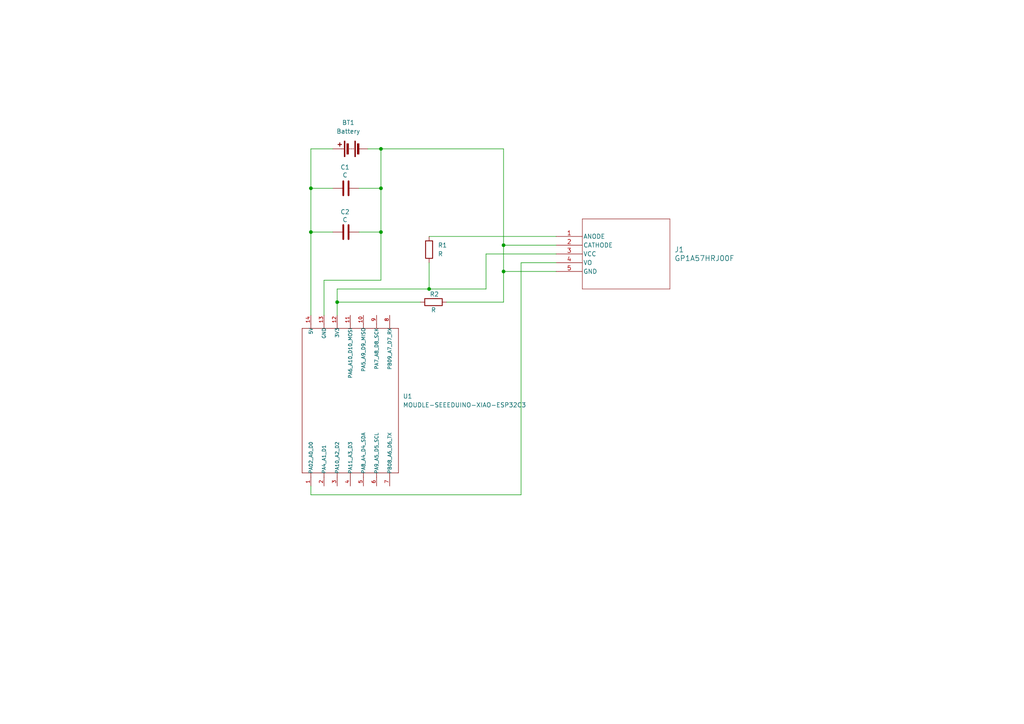
<source format=kicad_sch>
(kicad_sch (version 20231120) (generator "eeschema") (generator_version "8.0")
  (paper "A4")
  (lib_symbols
    (symbol "Device:Battery" (pin_numbers hide) (pin_names (offset 0) hide)
      (property "Reference" "BT" (at 2.54 2.54 0))
      (property "Value" "Battery" (at 2.54 0 0))
      (symbol "Battery_0_1"
        (rectangle (start -2.286 -1.27) (end 2.286 -1.524) (fill (type outline)))
        (rectangle (start -2.286 1.778) (end 2.286 1.524) (fill (type outline)))
        (rectangle (start -1.524 -2.032) (end 1.524 -2.54) (fill (type outline)))
        (rectangle (start -1.524 1.016) (end 1.524 0.508) (fill (type outline)))
        (polyline (pts (xy 0 -1.016) (xy 0 -0.762)))
        (polyline (pts (xy 0 -0.508) (xy 0 -0.254)))
        (polyline (pts (xy 0 0) (xy 0 0.254)))
        (polyline (pts (xy 0 1.778) (xy 0 2.54)))
        (polyline (pts (xy 0.762 3.048) (xy 1.778 3.048)) (stroke (width 0.254)))
        (polyline (pts (xy 1.27 3.556) (xy 1.27 2.54)) (stroke (width 0.254)))
      )
      (symbol "Battery_1_1"
        (pin passive line (at 0 5.08 270) (length 2.54) (name "+") (number "1"))
        (pin passive line (at 0 -5.08 90) (length 2.54) (name "-") (number "2"))
      )
    )
    (symbol "Device:C" (pin_numbers hide) (pin_names (offset 0.254))
      (property "Reference" "C" (at 0.635 2.54 0))
      (property "Value" "C" (at 0.635 -2.54 0))
      (symbol "C_0_1"
        (polyline (pts (xy -2.032 -0.762) (xy 2.032 -0.762)) (stroke (width 0.508)))
        (polyline (pts (xy -2.032 0.762) (xy 2.032 0.762)) (stroke (width 0.508)))
      )
      (symbol "C_1_1"
        (pin passive line (at 0 3.81 270) (length 2.794) (name "~") (number "1"))
        (pin passive line (at 0 -3.81 90) (length 2.794) (name "~") (number "2"))
      )
    )
    (symbol "Device:R" (pin_numbers hide) (pin_names (offset 0))
      (property "Reference" "R" (at 2.032 0 90))
      (property "Value" "R" (at 0 0 90))
      (symbol "R_0_1"
        (rectangle (start -1.016 -2.54) (end 1.016 2.54) (stroke (width 0.254)))
      )
      (symbol "R_1_1"
        (pin passive line (at 0 3.81 270) (length 1.27) (name "~") (number "1"))
        (pin passive line (at 0 -3.81 90) (length 1.27) (name "~") (number "2"))
      )
    )
    (symbol "MOUDLE-SEEEDUINO-XIAO-ESP32C3:MOUDLE-SEEEDUINO-XIAO-ESP32C3" (pin_names (offset 1.016))
      (property "Reference" "U" (at -21.59 15.24 0))
      (property "Value" "MOUDLE-SEEEDUINO-XIAO-ESP32C3" (at -21.59 13.97 0))
      (symbol "MOUDLE-SEEEDUINO-XIAO-ESP32C3_0_0"
        (polyline (pts (xy -21.59 -13.97) (xy -21.59 0)) (stroke (width 0.1524)))
        (polyline (pts (xy -21.59 -11.43) (xy -22.86 -11.43)) (stroke (width 0.1524)))
        (polyline (pts (xy -21.59 -7.62) (xy -22.86 -7.62)) (stroke (width 0.1524)))
        (polyline (pts (xy -21.59 -3.81) (xy -22.86 -3.81)) (stroke (width 0.1524)))
        (polyline (pts (xy -21.59 0) (xy -22.86 0)) (stroke (width 0.1524)))
        (polyline (pts (xy -21.59 0) (xy -21.59 3.81)) (stroke (width 0.1524)))
        (polyline (pts (xy -21.59 3.81) (xy -22.86 3.81)) (stroke (width 0.1524)))
        (polyline (pts (xy -21.59 3.81) (xy -21.59 7.62)) (stroke (width 0.1524)))
        (polyline (pts (xy -21.59 7.62) (xy -22.86 7.62)) (stroke (width 0.1524)))
        (polyline (pts (xy -21.59 7.62) (xy -21.59 11.43)) (stroke (width 0.1524)))
        (polyline (pts (xy -21.59 11.43) (xy -22.86 11.43)) (stroke (width 0.1524)))
        (polyline (pts (xy -21.59 11.43) (xy -21.59 13.97)) (stroke (width 0.1524)))
        (polyline (pts (xy -21.59 13.97) (xy 20.32 13.97)) (stroke (width 0.1524)))
        (polyline (pts (xy 20.32 -13.97) (xy -21.59 -13.97)) (stroke (width 0.1524)))
        (polyline (pts (xy 20.32 3.81) (xy 20.32 -13.97)) (stroke (width 0.1524)))
        (polyline (pts (xy 20.32 7.62) (xy 20.32 3.81)) (stroke (width 0.1524)))
        (polyline (pts (xy 20.32 11.43) (xy 20.32 7.62)) (stroke (width 0.1524)))
        (polyline (pts (xy 20.32 13.97) (xy 20.32 11.43)) (stroke (width 0.1524)))
        (polyline (pts (xy 21.59 -11.43) (xy 20.32 -11.43)) (stroke (width 0.1524)))
        (polyline (pts (xy 21.59 -7.62) (xy 20.32 -7.62)) (stroke (width 0.1524)))
        (polyline (pts (xy 21.59 -3.81) (xy 20.32 -3.81)) (stroke (width 0.1524)))
        (polyline (pts (xy 21.59 0) (xy 20.32 0)) (stroke (width 0.1524)))
        (polyline (pts (xy 21.59 3.81) (xy 20.32 3.81)) (stroke (width 0.1524)))
        (polyline (pts (xy 21.59 7.62) (xy 20.32 7.62)) (stroke (width 0.1524)))
        (polyline (pts (xy 21.59 11.43) (xy 20.32 11.43)) (stroke (width 0.1524)))
        (pin bidirectional line (at -25.4 11.43 0) (length 2.54) (name "PA02_A0_D0") (number "1"))
        (pin bidirectional line (at 24.13 -3.81 180) (length 2.54) (name "PA5_A9_D9_MISO") (number "10"))
        (pin bidirectional line (at 24.13 0 180) (length 2.54) (name "PA6_A10_D10_MOSI") (number "11"))
        (pin bidirectional line (at 24.13 3.81 180) (length 2.54) (name "3V3") (number "12"))
        (pin bidirectional line (at 24.13 7.62 180) (length 2.54) (name "GND") (number "13"))
        (pin bidirectional line (at 24.13 11.43 180) (length 2.54) (name "5V") (number "14"))
        (pin bidirectional line (at -25.4 7.62 0) (length 2.54) (name "PA4_A1_D1") (number "2"))
        (pin bidirectional line (at -25.4 3.81 0) (length 2.54) (name "PA10_A2_D2") (number "3"))
        (pin bidirectional line (at -25.4 0 0) (length 2.54) (name "PA11_A3_D3") (number "4"))
        (pin bidirectional line (at -25.4 -3.81 0) (length 2.54) (name "PA8_A4_D4_SDA") (number "5"))
        (pin bidirectional line (at -25.4 -7.62 0) (length 2.54) (name "PA9_A5_D5_SCL") (number "6"))
        (pin bidirectional line (at -25.4 -11.43 0) (length 2.54) (name "PB08_A6_D6_TX") (number "7"))
        (pin bidirectional line (at 24.13 -11.43 180) (length 2.54) (name "PB09_A7_D7_RX") (number "8"))
        (pin bidirectional line (at 24.13 -7.62 180) (length 2.54) (name "PA7_A8_D8_SCK") (number "9"))
      )
    )
    (symbol "Optical-GP1A57HRJ00F:GP1A57HRJ00F" (pin_names (offset 0.254))
      (property "Reference" "J" (at 20.32 10.16 0))
      (property "Value" "GP1A57HRJ00F" (at 20.32 7.62 0))
      (symbol "GP1A57HRJ00F_0_1"
        (polyline (pts (xy 7.62 -15.24) (xy 33.02 -15.24)) (stroke (width 0.127)))
        (polyline (pts (xy 7.62 5.08) (xy 7.62 -15.24)) (stroke (width 0.127)))
        (polyline (pts (xy 33.02 -15.24) (xy 33.02 5.08)) (stroke (width 0.127)))
        (polyline (pts (xy 33.02 5.08) (xy 7.62 5.08)) (stroke (width 0.127)))
        (pin unspecified line (at 0 0 0) (length 7.62) (name "ANODE") (number "1"))
        (pin unspecified line (at 0 -2.54 0) (length 7.62) (name "CATHODE") (number "2"))
        (pin power_in line (at 0 -5.08 0) (length 7.62) (name "VCC") (number "3"))
        (pin unspecified line (at 0 -7.62 0) (length 7.62) (name "VO") (number "4"))
        (pin power_out line (at 0 -10.16 0) (length 7.62) (name "GND") (number "5"))
      )
    )
  )
  (junction (at 90.17 67.31))
  (junction (at 146.05 78.74))
  (junction (at 124.46 83.82))
  (junction (at 97.79 87.63))
  (junction (at 90.17 54.61))
  (junction (at 110.49 67.31))
  (junction (at 110.49 54.61))
  (junction (at 110.49 43.18))
  (junction (at 146.05 71.12))
  (wire (pts (xy 90.17 54.61) (xy 96.52 54.61)))
  (wire (pts (xy 151.13 76.2) (xy 161.29 76.2)))
  (wire (pts (xy 121.92 87.63) (xy 97.79 87.63)))
  (wire (pts (xy 93.98 81.28) (xy 110.49 81.28)))
  (wire (pts (xy 146.05 71.12) (xy 146.05 78.74)))
  (wire (pts (xy 129.54 87.63) (xy 146.05 87.63)))
  (wire (pts (xy 140.97 73.66) (xy 161.29 73.66)))
  (wire (pts (xy 90.17 43.18) (xy 90.17 54.61)))
  (wire (pts (xy 90.17 143.51) (xy 151.13 143.51)))
  (wire (pts (xy 90.17 54.61) (xy 90.17 67.31)))
  (wire (pts (xy 146.05 71.12) (xy 161.29 71.12)))
  (wire (pts (xy 110.49 67.31) (xy 110.49 81.28)))
  (wire (pts (xy 90.17 67.31) (xy 90.17 91.44)))
  (wire (pts (xy 110.49 54.61) (xy 110.49 67.31)))
  (wire (pts (xy 110.49 43.18) (xy 110.49 54.61)))
  (wire (pts (xy 96.52 43.18) (xy 90.17 43.18)))
  (wire (pts (xy 146.05 78.74) (xy 146.05 87.63)))
  (wire (pts (xy 140.97 83.82) (xy 140.97 73.66)))
  (wire (pts (xy 90.17 67.31) (xy 96.52 67.31)))
  (wire (pts (xy 97.79 87.63) (xy 97.79 91.44)))
  (wire (pts (xy 93.98 91.44) (xy 93.98 81.28)))
  (wire (pts (xy 124.46 76.2) (xy 124.46 83.82)))
  (wire (pts (xy 104.14 54.61) (xy 110.49 54.61)))
  (wire (pts (xy 97.79 83.82) (xy 97.79 87.63)))
  (wire (pts (xy 124.46 83.82) (xy 140.97 83.82)))
  (wire (pts (xy 146.05 71.12) (xy 146.05 43.18)))
  (wire (pts (xy 104.14 67.31) (xy 110.49 67.31)))
  (wire (pts (xy 161.29 78.74) (xy 146.05 78.74)))
  (wire (pts (xy 146.05 43.18) (xy 110.49 43.18)))
  (wire (pts (xy 97.79 83.82) (xy 124.46 83.82)))
  (wire (pts (xy 151.13 143.51) (xy 151.13 76.2)))
  (wire (pts (xy 90.17 140.97) (xy 90.17 143.51)))
  (wire (pts (xy 110.49 43.18) (xy 106.68 43.18)))
  (wire (pts (xy 124.46 68.58) (xy 161.29 68.58)))
  (symbol (lib_id "Device:R") (at 124.46 72.39 0) (unit 1)
    (property "Reference" "R1" (at 127 71.1199 0) (effects (justify left)))
    (property "Value" "R" (at 127 73.6599 0) (effects (justify left)))
    (property "Description" "Resistor" (effects (hide yes)))
  )
  (symbol (lib_id "Device:C") (at 100.33 54.61 90) (unit 1)
    (property "Reference" "C1" (at 100.076 48.514 90))
    (property "Value" "C" (at 100.076 50.8 90))
    (property "Description" "Unpolarized capacitor" (effects (hide yes)))
  )
  (symbol (lib_id "MOUDLE-SEEEDUINO-XIAO-ESP32C3:MOUDLE-SEEEDUINO-XIAO-ESP32C3") (at 101.6 115.57 90) (unit 1)
    (property "Reference" "U1" (at 116.84 114.9349 90) (effects (justify right)))
    (property "Value" "MOUDLE-SEEEDUINO-XIAO-ESP32C3" (at 116.84 117.4749 90) (effects (justify right)))
    (property "Footprint" "MOUDLE14P-SMD-2.54-21X17.8MM" (effects (hide yes)))
  )
  (symbol (lib_id "Optical-GP1A57HRJ00F:GP1A57HRJ00F") (at 161.29 68.58 0) (unit 1)
    (property "Reference" "J1" (at 195.58 72.3899 0) (effects (font (size 1.524 1.524)) (justify left)))
    (property "Value" "GP1A57HRJ00F" (at 195.58 74.9299 0) (effects (font (size 1.524 1.524)) (justify left)))
    (property "Footprint" "CONN5_7HRJ00F_SHP" (effects (hide yes)))
    (property "Datasheet" "GP1A57HRJ00F" (effects (hide yes)))
  )
  (symbol (lib_id "Device:C") (at 100.33 67.31 90) (unit 1)
    (property "Reference" "C2" (at 100.076 61.468 90))
    (property "Value" "C" (at 100.076 63.754 90))
    (property "Description" "Unpolarized capacitor" (effects (hide yes)))
  )
  (symbol (lib_id "Device:R") (at 125.73 87.63 90) (unit 1)
    (property "Reference" "R2" (at 125.984 85.344 90))
    (property "Value" "R" (at 125.73 89.916 90))
    (property "Description" "Resistor" (effects (hide yes)))
  )
  (symbol (lib_id "Device:Battery") (at 101.6 43.18 90) (unit 1)
    (property "Reference" "BT1" (at 101.0285 35.56 90))
    (property "Value" "Battery" (at 101.0285 38.1 90))
    (property "Description" "Multiple-cell battery" (effects (hide yes)))
  )
)
</source>
